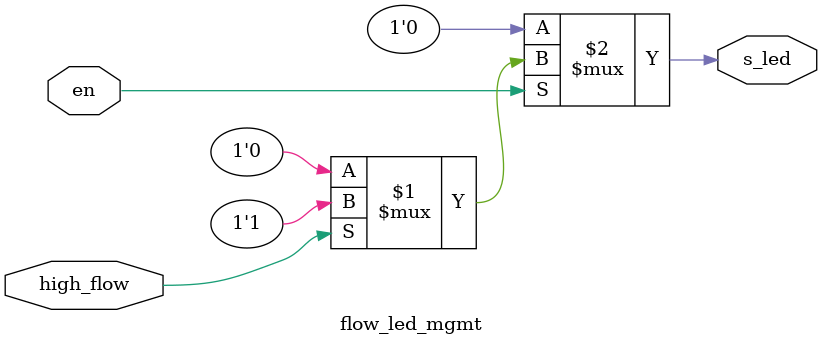
<source format=v>
`timescale 1ns / 1ps
/*
El LED debe estar encendido sí y solo sí en y high_flow están activas.
*/
module flow_led_mgmt(
    input en, 
    input high_flow,
    output s_led
    );

    assign s_led = en ? (high_flow ? 1'b1 : 1'b0) : 1'b0;
 
endmodule
</source>
